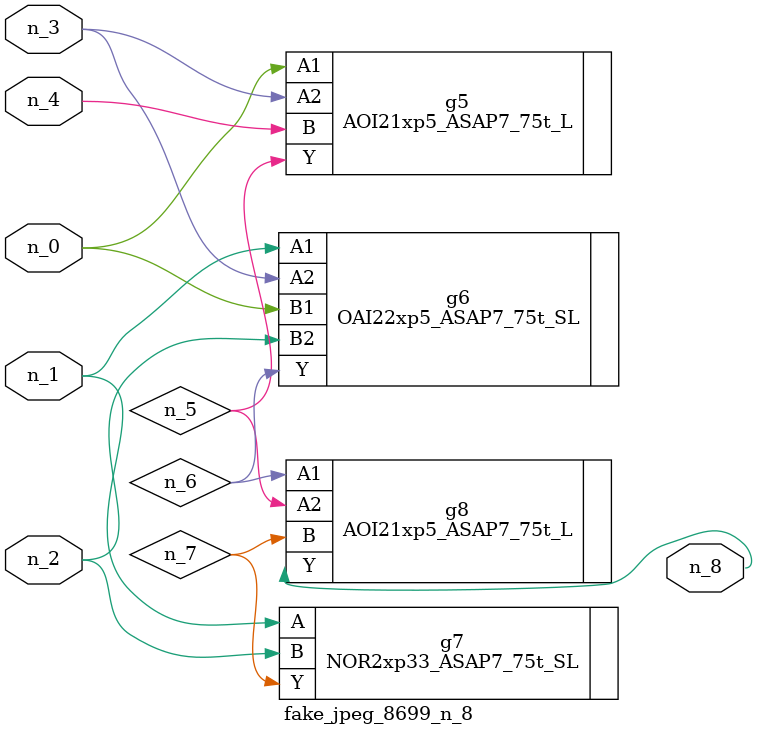
<source format=v>
module fake_jpeg_8699_n_8 (n_3, n_2, n_1, n_0, n_4, n_8);

input n_3;
input n_2;
input n_1;
input n_0;
input n_4;

output n_8;

wire n_6;
wire n_5;
wire n_7;

AOI21xp5_ASAP7_75t_L g5 ( 
.A1(n_0),
.A2(n_3),
.B(n_4),
.Y(n_5)
);

OAI22xp5_ASAP7_75t_SL g6 ( 
.A1(n_1),
.A2(n_3),
.B1(n_0),
.B2(n_2),
.Y(n_6)
);

NOR2xp33_ASAP7_75t_SL g7 ( 
.A(n_1),
.B(n_2),
.Y(n_7)
);

AOI21xp5_ASAP7_75t_L g8 ( 
.A1(n_6),
.A2(n_5),
.B(n_7),
.Y(n_8)
);


endmodule
</source>
